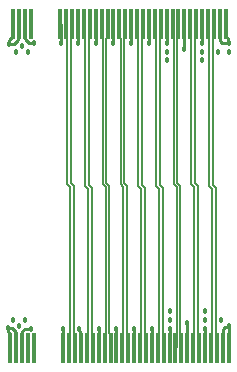
<source format=gtl>
G04*
G04 #@! TF.GenerationSoftware,Altium Limited,Altium Designer,22.2.1 (43)*
G04*
G04 Layer_Physical_Order=1*
G04 Layer_Color=255*
%FSLAX25Y25*%
%MOIN*%
G70*
G04*
G04 #@! TF.SameCoordinates,5CCBFE73-73B7-4967-902F-BF686D1F8584*
G04*
G04*
G04 #@! TF.FilePolarity,Positive*
G04*
G01*
G75*
%ADD10R,0.01378X0.09843*%
%ADD12C,0.01000*%
%ADD13C,0.00695*%
%ADD14C,0.01799*%
D10*
X7874Y113189D02*
D03*
X9843D02*
D03*
X11811D02*
D03*
X13780D02*
D03*
X23622D02*
D03*
X25591D02*
D03*
X27559D02*
D03*
X29528D02*
D03*
X31496D02*
D03*
X33465D02*
D03*
X35433D02*
D03*
X37402D02*
D03*
X39370D02*
D03*
X41339D02*
D03*
X43307D02*
D03*
X45276D02*
D03*
X47244D02*
D03*
X49213D02*
D03*
X51181D02*
D03*
X53150D02*
D03*
X55118D02*
D03*
X57087D02*
D03*
X59055D02*
D03*
X61024D02*
D03*
X62992D02*
D03*
X64961D02*
D03*
X66929D02*
D03*
X68898D02*
D03*
X70866D02*
D03*
X72835D02*
D03*
X74803D02*
D03*
X76772D02*
D03*
X78740D02*
D03*
X6890Y4921D02*
D03*
X8858D02*
D03*
X10827D02*
D03*
X12795D02*
D03*
X14764D02*
D03*
X24606D02*
D03*
X26575D02*
D03*
X28543D02*
D03*
X30512D02*
D03*
X32480D02*
D03*
X34449D02*
D03*
X36417D02*
D03*
X38386D02*
D03*
X40354D02*
D03*
X42323D02*
D03*
X44291D02*
D03*
X46260D02*
D03*
X48228D02*
D03*
X50197D02*
D03*
X52165D02*
D03*
X54134D02*
D03*
X56102D02*
D03*
X58071D02*
D03*
X60039D02*
D03*
X62008D02*
D03*
X63976D02*
D03*
X65945D02*
D03*
X67913D02*
D03*
X69882D02*
D03*
X71850D02*
D03*
X73819D02*
D03*
X75787D02*
D03*
X77756D02*
D03*
X79724D02*
D03*
D12*
X77774Y11478D02*
X78360Y12064D01*
X79823Y9154D02*
Y12205D01*
X77774Y4939D02*
Y11478D01*
X79823Y5020D02*
Y9154D01*
X78360Y12064D02*
X79466D01*
X79705Y12303D01*
X79921D01*
X79724Y4921D02*
Y9154D01*
X79823Y12205D02*
X79921Y12303D01*
X79724Y4921D02*
X79823Y5020D01*
X12000Y107944D02*
X13154Y106790D01*
X14543D02*
X14696Y106638D01*
X13154Y106790D02*
X14543D01*
X12000Y107944D02*
Y113000D01*
X11811Y113189D02*
X12000Y113000D01*
X7825Y108907D02*
Y113140D01*
X6649Y107732D02*
X7825Y108907D01*
X6649Y106712D02*
X6865Y106496D01*
X6649Y106712D02*
Y107732D01*
X6496Y106496D02*
X6496Y106496D01*
X8289D01*
X9653Y107860D02*
Y112878D01*
X8289Y106496D02*
X9653Y107860D01*
Y112878D02*
X9816Y113040D01*
X79670Y106846D02*
Y108027D01*
X78740Y108957D02*
Y113189D01*
Y108957D02*
X79670Y108027D01*
Y106846D02*
X79823Y106693D01*
X76772Y107432D02*
Y113189D01*
Y107432D02*
X77357Y106846D01*
X79670D01*
X64961Y104823D02*
Y113189D01*
X70866Y106693D02*
Y113189D01*
X10899Y4994D02*
Y10580D01*
X11682Y11363D02*
X13824D01*
X10899Y10580D02*
X11682Y11363D01*
X10827Y4921D02*
X10899Y4994D01*
X6299Y11614D02*
X7529D01*
X8701Y5201D02*
Y10443D01*
X7529Y11614D02*
X8701Y10443D01*
X6701Y5110D02*
X6841Y4970D01*
X8701Y5201D02*
X8831Y5071D01*
X6701Y5110D02*
Y9941D01*
X6299Y10343D02*
X6701Y9941D01*
X6299Y10343D02*
Y11614D01*
X13824Y11363D02*
X13976Y11516D01*
X29921Y11201D02*
X30323Y10800D01*
Y5110D02*
Y10800D01*
X29921Y11201D02*
Y11417D01*
X23698Y106796D02*
Y113113D01*
Y106796D02*
X23775Y106719D01*
X23622Y113189D02*
X23698Y113113D01*
X59055Y106693D02*
Y113189D01*
X53150Y106693D02*
Y113189D01*
X47244Y106693D02*
Y113189D01*
X41339Y106693D02*
Y113189D01*
X35433Y106693D02*
Y113189D01*
X29528Y106693D02*
Y113189D01*
X30323Y5110D02*
X30512Y4921D01*
X65945Y4921D02*
Y13287D01*
Y4921D02*
X65945Y4921D01*
X71850D02*
Y11417D01*
X60039Y4921D02*
Y11417D01*
X54134Y4921D02*
Y11417D01*
X48228Y4921D02*
Y11417D01*
X42323Y4921D02*
Y11417D01*
X36417Y4921D02*
Y11417D01*
X24606Y4921D02*
Y11417D01*
D13*
X75446Y5263D02*
Y9857D01*
X75401Y9902D02*
Y58460D01*
X74206Y9902D02*
Y57966D01*
X74161Y9857D02*
X74206Y9902D01*
X73176Y108253D02*
Y112847D01*
Y108253D02*
X73222Y108208D01*
X74161Y5263D02*
Y9857D01*
X73222Y58950D02*
Y108208D01*
X75401Y9902D02*
X75446Y9857D01*
X74462Y108253D02*
Y112847D01*
X74416Y59445D02*
Y108208D01*
X74462Y108253D01*
X74416Y59445D02*
X75401Y58460D01*
X73222Y58950D02*
X74206Y57966D01*
X27172Y60145D02*
X28156Y59160D01*
Y9902D02*
Y59160D01*
X26575Y4921D02*
X26917Y5263D01*
X25978Y59650D02*
Y108208D01*
X26962Y9902D02*
Y58666D01*
X28156Y9902D02*
X28202Y9857D01*
X27172Y60145D02*
Y108208D01*
X26917Y9857D02*
X26962Y9902D01*
X26917Y5263D02*
Y9857D01*
X25978Y59650D02*
X26962Y58666D01*
X28202Y5263D02*
Y9857D01*
X67316Y59650D02*
X68300Y58666D01*
X69495Y9902D02*
Y59160D01*
X68300Y9902D02*
Y58666D01*
X68511Y60145D02*
X69495Y59160D01*
X67316Y59650D02*
Y108208D01*
X68511Y60145D02*
Y108208D01*
X74462Y112847D02*
X74803Y113189D01*
X75446Y5263D02*
X75787Y4921D01*
X72835Y113189D02*
X73176Y112847D01*
X73819Y4921D02*
X74161Y5263D01*
X68556Y112847D02*
X68898Y113189D01*
X68556Y108253D02*
Y112847D01*
X69495Y9902D02*
X69540Y9857D01*
Y5263D02*
Y9857D01*
X68511Y108208D02*
X68556Y108253D01*
X69540Y5263D02*
X69882Y4921D01*
X68255Y9857D02*
X68300Y9902D01*
X68255Y5263D02*
Y9857D01*
X67913Y4921D02*
X68255Y5263D01*
X67271Y108253D02*
X67316Y108208D01*
X66929Y113189D02*
X67271Y112847D01*
Y108253D02*
Y112847D01*
X62651D02*
X62992Y113189D01*
X62651Y108253D02*
Y112847D01*
X62605Y60145D02*
Y108208D01*
X62651Y108253D01*
X63589Y9902D02*
Y59160D01*
X62605Y60145D02*
X63589Y59160D01*
Y9902D02*
X63635Y9857D01*
Y5263D02*
X63976Y4921D01*
X63635Y5263D02*
Y9857D01*
X61024Y113189D02*
X61365Y112847D01*
X62395Y9902D02*
Y58666D01*
X61411Y59650D02*
X62395Y58666D01*
X62349Y5263D02*
Y9857D01*
X62395Y9902D01*
X62008Y4921D02*
X62349Y5263D01*
X61411Y59650D02*
Y108208D01*
X61365Y108253D02*
X61411Y108208D01*
X61365Y108253D02*
Y112847D01*
X56745D02*
X57087Y113189D01*
X56745Y108253D02*
Y112847D01*
X56700Y108208D02*
X56745Y108253D01*
X56700Y59445D02*
Y108208D01*
Y59445D02*
X57684Y58460D01*
Y9902D02*
Y58460D01*
Y9902D02*
X57729Y9857D01*
Y5263D02*
Y9857D01*
X55505Y58950D02*
Y108208D01*
X55460Y108253D02*
Y112847D01*
X56489Y9902D02*
Y57966D01*
X56444Y9857D02*
X56489Y9902D01*
X57729Y5263D02*
X58071Y4921D01*
X56102D02*
X56444Y5263D01*
X55460Y108253D02*
X55505Y108208D01*
X56444Y5263D02*
Y9857D01*
X55118Y113189D02*
X55460Y112847D01*
X55505Y58950D02*
X56489Y57966D01*
X50794Y108208D02*
X50839Y108253D01*
X50794Y59445D02*
Y108208D01*
X51778Y9902D02*
Y58460D01*
Y9902D02*
X51824Y9857D01*
X50794Y59445D02*
X51778Y58460D01*
X51824Y5263D02*
X52165Y4921D01*
X51824Y5263D02*
Y9857D01*
X49599Y58950D02*
Y108208D01*
X49554Y108253D02*
X49599Y108208D01*
X50538Y5263D02*
Y9857D01*
X50197Y4921D02*
X50538Y5263D01*
Y9857D02*
X50584Y9902D01*
Y57966D01*
X49599Y58950D02*
X50584Y57966D01*
X50839Y108253D02*
Y112847D01*
X51181Y113189D01*
X49554Y108253D02*
Y112847D01*
X49213Y113189D02*
X49554Y112847D01*
X44934Y108253D02*
Y112847D01*
X45276Y113189D01*
X44889Y108208D02*
X44934Y108253D01*
X44889Y60145D02*
Y108208D01*
X45873Y9902D02*
X45918Y9857D01*
X44889Y60145D02*
X45873Y59160D01*
X45918Y5263D02*
X46260Y4921D01*
X45918Y5263D02*
Y9857D01*
X43694Y59650D02*
Y108208D01*
X43649Y108253D02*
X43694Y108208D01*
Y59650D02*
X44678Y58666D01*
X45873Y9902D02*
Y59160D01*
X44633Y9857D02*
X44678Y9902D01*
Y58666D01*
X44291Y4921D02*
X44633Y5263D01*
Y9857D01*
X43649Y108253D02*
Y112847D01*
X43307Y113189D02*
X43649Y112847D01*
X38983Y60145D02*
Y108208D01*
Y60145D02*
X39967Y59160D01*
X39028Y112847D02*
X39370Y113189D01*
X39967Y9902D02*
Y59160D01*
Y9902D02*
X40013Y9857D01*
Y5263D02*
Y9857D01*
Y5263D02*
X40354Y4921D01*
X39028Y108253D02*
Y112847D01*
X37789Y59650D02*
X38773Y58666D01*
Y9902D02*
Y58666D01*
X38728Y5263D02*
Y9857D01*
X37789Y59650D02*
Y108208D01*
X38386Y4921D02*
X38728Y5263D01*
X38983Y108208D02*
X39028Y108253D01*
X37743D02*
Y112847D01*
Y108253D02*
X37789Y108208D01*
X38728Y9857D02*
X38773Y9902D01*
X37402Y113189D02*
X37743Y112847D01*
X33123Y108253D02*
Y112847D01*
X33465Y113189D01*
X34062Y9902D02*
Y58460D01*
X33078Y59445D02*
X34062Y58460D01*
Y9902D02*
X34107Y9857D01*
Y5263D02*
Y9857D01*
X31838Y108253D02*
X31883Y108208D01*
Y58950D02*
X32867Y57966D01*
X33078Y59445D02*
Y108208D01*
X32822Y5263D02*
Y9857D01*
X32867Y9902D01*
X33078Y108208D02*
X33123Y108253D01*
X32480Y4921D02*
X32822Y5263D01*
X34107D02*
X34449Y4921D01*
X31883Y58950D02*
Y108208D01*
X31496Y113189D02*
X31838Y112847D01*
Y108253D02*
Y112847D01*
X32867Y9902D02*
Y57966D01*
X25591Y113189D02*
X25932Y112847D01*
X27217Y108253D02*
Y112847D01*
X27172Y108208D02*
X27217Y108253D01*
X25932D02*
Y112847D01*
X27217D02*
X27559Y113189D01*
X25932Y108253D02*
X25978Y108208D01*
X28202Y5263D02*
X28543Y4921D01*
D14*
X77165Y14272D02*
D03*
X79921Y12303D02*
D03*
X14696Y106638D02*
D03*
X6496Y106496D02*
D03*
X76279Y103839D02*
D03*
X79823Y106693D02*
D03*
Y103839D02*
D03*
X64961Y104823D02*
D03*
X59055Y103839D02*
D03*
X70866Y103839D02*
D03*
X59055Y100886D02*
D03*
X70866D02*
D03*
Y106693D02*
D03*
X10827Y105807D02*
D03*
X12795Y103839D02*
D03*
X8957D02*
D03*
X7972Y14272D02*
D03*
X11811D02*
D03*
X9843Y12303D02*
D03*
X6299Y11614D02*
D03*
X13976Y11516D02*
D03*
X29921Y11417D02*
D03*
X23775Y106719D02*
D03*
X60039Y17224D02*
D03*
X71850D02*
D03*
X59055Y106693D02*
D03*
X53150D02*
D03*
X47244D02*
D03*
X41339D02*
D03*
X35433D02*
D03*
X29528D02*
D03*
X65945Y13287D02*
D03*
X60039Y14272D02*
D03*
X71850D02*
D03*
X71850Y11417D02*
D03*
X60039D02*
D03*
X54134D02*
D03*
X48228D02*
D03*
X42323D02*
D03*
X36417D02*
D03*
X24606D02*
D03*
M02*

</source>
